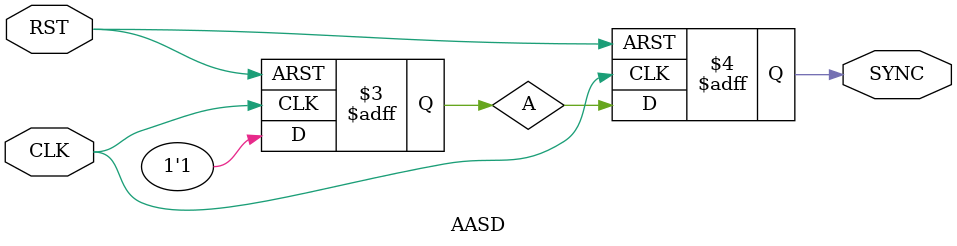
<source format=sv>
`timescale 1ns/1ns
module AASD(RST,CLK, SYNC);
	input RST, CLK;
	output reg SYNC;
	reg A;
	
	always @(posedge CLK or negedge RST)
	begin
		if(!RST) 
		begin
			A<= 1'b0;
			SYNC <= 1'b0;
		end
		else
		begin
			A<= 1'b1;
			SYNC <= A;
		end
	
	end
	
endmodule

</source>
